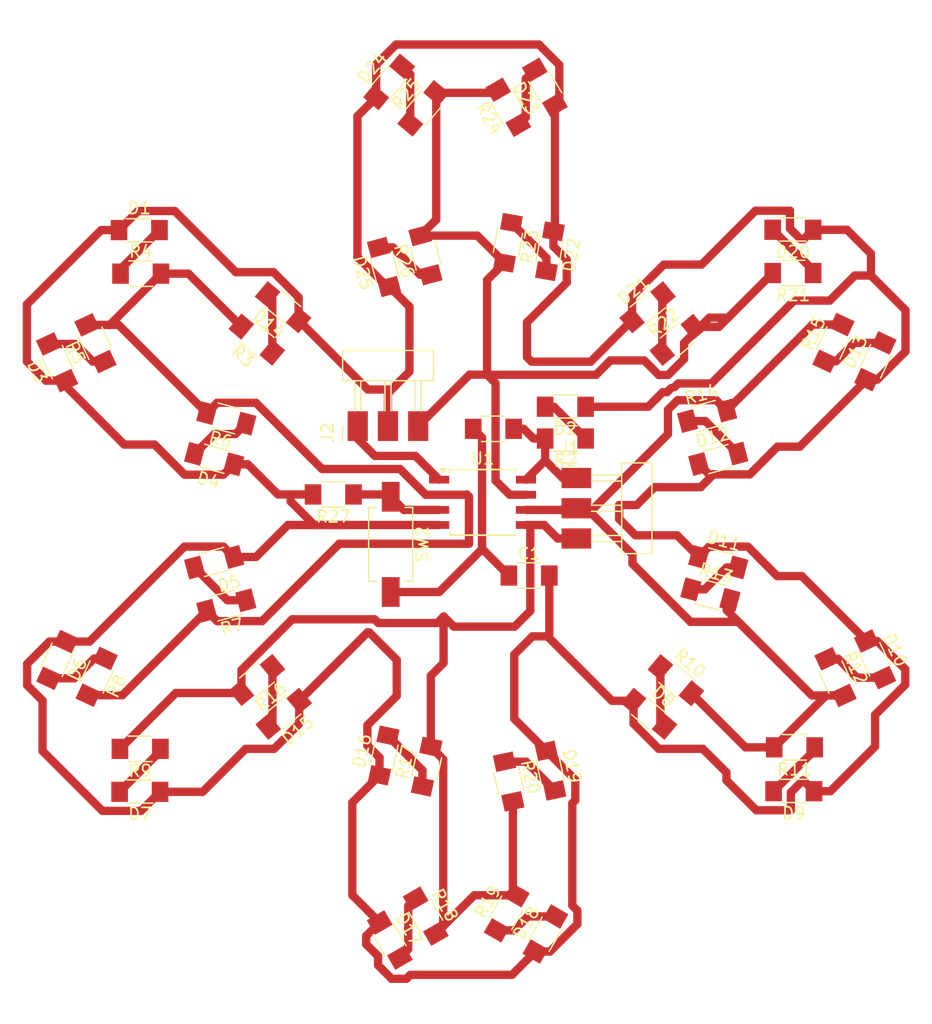
<source format=kicad_pcb>
(kicad_pcb
	(version 20240108)
	(generator "pcbnew")
	(generator_version "8.0")
	(general
		(thickness 1.6)
		(legacy_teardrops no)
	)
	(paper "A4")
	(layers
		(0 "F.Cu" signal)
		(31 "B.Cu" signal)
		(32 "B.Adhes" user "B.Adhesive")
		(33 "F.Adhes" user "F.Adhesive")
		(34 "B.Paste" user)
		(35 "F.Paste" user)
		(36 "B.SilkS" user "B.Silkscreen")
		(37 "F.SilkS" user "F.Silkscreen")
		(38 "B.Mask" user)
		(39 "F.Mask" user)
		(40 "Dwgs.User" user "User.Drawings")
		(41 "Cmts.User" user "User.Comments")
		(42 "Eco1.User" user "User.Eco1")
		(43 "Eco2.User" user "User.Eco2")
		(44 "Edge.Cuts" user)
		(45 "Margin" user)
		(46 "B.CrtYd" user "B.Courtyard")
		(47 "F.CrtYd" user "F.Courtyard")
		(48 "B.Fab" user)
		(49 "F.Fab" user)
		(50 "User.1" user)
		(51 "User.2" user)
		(52 "User.3" user)
		(53 "User.4" user)
		(54 "User.5" user)
		(55 "User.6" user)
		(56 "User.7" user)
		(57 "User.8" user)
		(58 "User.9" user)
	)
	(setup
		(pad_to_mask_clearance 0)
		(allow_soldermask_bridges_in_footprints no)
		(pcbplotparams
			(layerselection 0x00010fc_ffffffff)
			(plot_on_all_layers_selection 0x0000000_00000000)
			(disableapertmacros no)
			(usegerberextensions no)
			(usegerberattributes yes)
			(usegerberadvancedattributes yes)
			(creategerberjobfile yes)
			(dashed_line_dash_ratio 12.000000)
			(dashed_line_gap_ratio 3.000000)
			(svgprecision 4)
			(plotframeref no)
			(viasonmask no)
			(mode 1)
			(useauxorigin no)
			(hpglpennumber 1)
			(hpglpenspeed 20)
			(hpglpendiameter 15.000000)
			(pdf_front_fp_property_popups yes)
			(pdf_back_fp_property_popups yes)
			(dxfpolygonmode yes)
			(dxfimperialunits yes)
			(dxfusepcbnewfont yes)
			(psnegative no)
			(psa4output no)
			(plotreference yes)
			(plotvalue yes)
			(plotfptext yes)
			(plotinvisibletext no)
			(sketchpadsonfab no)
			(subtractmaskfromsilk no)
			(outputformat 1)
			(mirror no)
			(drillshape 1)
			(scaleselection 1)
			(outputdirectory "")
		)
	)
	(net 0 "")
	(net 1 "PWR_GND")
	(net 2 "PWR_5V")
	(net 3 "/D2")
	(net 4 "/D3")
	(net 5 "/MISO")
	(net 6 "/MOSI")
	(net 7 "/D4")
	(net 8 "/Reset")
	(net 9 "Net-(D1-A)")
	(net 10 "Net-(D2-A)")
	(net 11 "Net-(D3-A)")
	(net 12 "Net-(D4-A)")
	(net 13 "Net-(D5-A)")
	(net 14 "Net-(D6-A)")
	(net 15 "Net-(D7-A)")
	(net 16 "Net-(D8-A)")
	(net 17 "Net-(D9-A)")
	(net 18 "Net-(D10-A)")
	(net 19 "Net-(D11-A)")
	(net 20 "Net-(D12-A)")
	(net 21 "Net-(D13-A)")
	(net 22 "Net-(D14-A)")
	(net 23 "Net-(D15-A)")
	(net 24 "Net-(D16-A)")
	(net 25 "Net-(D17-A)")
	(net 26 "Net-(D18-A)")
	(net 27 "Net-(D19-A)")
	(net 28 "Net-(D20-A)")
	(net 29 "Net-(D21-A)")
	(net 30 "Net-(D22-A)")
	(net 31 "Net-(D23-A)")
	(net 32 "Net-(D24-A)")
	(net 33 "Net-(D25-A)")
	(footprint "fab:R_1206" (layer "F.Cu") (at 60.3504 92.456 105))
	(footprint "fab:R_1206" (layer "F.Cu") (at 32.6136 99.8474 115))
	(footprint "fab:R_1206" (layer "F.Cu") (at 67.345796 136.650107 -78))
	(footprint "fab:LED_1206" (layer "F.Cu") (at 70.4342 149.4536 60))
	(footprint "fab:LED_1206" (layer "F.Cu") (at 29.4132 126.4412 -115))
	(footprint "fab:LED_1206" (layer "F.Cu") (at 70.3834 78.359 120))
	(footprint "fab:R_1206" (layer "F.Cu") (at 32.7152 127.8636 -115))
	(footprint "fab:R_1206" (layer "F.Cu") (at 46.189698 128.124339 -140))
	(footprint "fab:R_1206" (layer "F.Cu") (at 84.0232 105.9434 15))
	(footprint "fab:LED_1206" (layer "F.Cu") (at 56.8706 93.4466 105))
	(footprint "fab:R_1206" (layer "F.Cu") (at 94.813931 127.883516 -65))
	(footprint "fab:R_1206" (layer "F.Cu") (at 84.3026 120.9548 -15))
	(footprint "fab:R_1206" (layer "F.Cu") (at 67.31 80.0354 120))
	(footprint "fab:R_1206" (layer "F.Cu") (at 46.1772 99.5426 140))
	(footprint "fab:R_1206" (layer "F.Cu") (at 67.183 147.6756 60))
	(footprint "fab:PinHeader_1x03_P2.54mm_Horizontal_SMD" (layer "F.Cu") (at 73.0364 111.1658))
	(footprint "fab:LED_1206" (layer "F.Cu") (at 42.5958 109.5756 165))
	(footprint "fab:LED_1206" (layer "F.Cu") (at 79.0194 96.8248 40))
	(footprint "fab:R_1206" (layer "F.Cu") (at 66.0672 107.0356))
	(footprint "fab:LED_1206" (layer "F.Cu") (at 84.963 109.5502 15))
	(footprint "fab:R_1206" (layer "F.Cu") (at 94.6404 99.822 65))
	(footprint "fab:R_1206" (layer "F.Cu") (at 43.614304 106.159059 165))
	(footprint "fab:R_1206" (layer "F.Cu") (at 91.2376 93.9546 180))
	(footprint "fab:R_1206" (layer "F.Cu") (at 60.452 135.4074 78))
	(footprint "fab:LED_1206" (layer "F.Cu") (at 56.8452 134.4676 78))
	(footprint "fab:LED_1206" (layer "F.Cu") (at 98.1456 126.3904 -65))
	(footprint "fab:R_1206" (layer "F.Cu") (at 52.6042 112.5474 180))
	(footprint "fab:Button_CnK_PTS636.0_6x3.5mm" (layer "F.Cu") (at 57.4294 116.7384 -90))
	(footprint "fab:R_1206" (layer "F.Cu") (at 72.1132 107.8484 180))
	(footprint "fab:R_1206" (layer "F.Cu") (at 67.2846 91.4146 -100))
	(footprint "fab:PinHeader_1x03_P2.54mm_Horizontal_SMD" (layer "F.Cu") (at 54.6608 106.807 90))
	(footprint "fab:R_1206" (layer "F.Cu") (at 43.6118 121.8692 -165))
	(footprint "fab:LED_1206" (layer "F.Cu") (at 57.3532 149.9616 -60))
	(footprint "fab:LED_1206" (layer "F.Cu") (at 84.963 118.237 -15))
	(footprint "fab:R_1206" (layer "F.Cu") (at 91.3646 133.7818 180))
	(footprint "fab:R_1206" (layer "F.Cu") (at 81.5594 99.568 40))
	(footprint "fab:C_1206" (layer "F.Cu") (at 69.0626 119.3546))
	(footprint "fab:LED_1206" (layer "F.Cu") (at 48.387 96.8248 140))
	(footprint "fab:LED_1206" (layer "F.Cu") (at 36.3474 137.5156 180))
	(footprint "fab:LED_1206" (layer "F.Cu") (at 36.2966 90.3478))
	(footprint "fab:R_1206" (layer "F.Cu") (at 81.400124 128.142461 -40))
	(footprint "fab:R_1206" (layer "F.Cu") (at 60.3758 147.955 -60))
	(footprint "fab:R_1206" (layer "F.Cu") (at 36.3736 133.9088 180))
	(footprint "fab:LED_1206" (layer "F.Cu") (at 91.313 137.4648 180))
	(footprint "fab:R_1206" (layer "F.Cu") (at 60.165861 80.124502 50))
	(footprint "fab:LED_1206" (layer "F.Cu") (at 98.163749 101.362723 65))
	(footprint "fab:LED_1206" (layer "F.Cu") (at 70.8152 92.1258 -100))
	(footprint "fab:LED_1206" (layer "F.Cu") (at 42.5958 118.237 -165))
	(footprint "fab:LED_1206" (layer "F.Cu") (at 48.4378 130.9624 -140))
	(footprint "fab:LED_1206" (layer "F.Cu") (at 29.3878 101.4476 115))
	(footprint "fab:LED_1206" (layer "F.Cu") (at 72.1106 105.1814 180))
	(footprint "fab:LED_1206" (layer "F.Cu") (at 70.866 135.7376 -78))
	(footprint "fab:LED_1206" (layer "F.Cu") (at 79.1464 130.9624 -40))
	(footprint "fab:LED_1206"
		(layer "F.Cu")
		(uuid "dd2ff0e8-c054-4360-a1f8-96847eb23494")
		(at 57.3024 77.9018 50)
		(descr "LED SMD 1206, hand soldering")
		(tags "LED 1206")
		(property "Reference" "D24"
			(at 0 -1.85 50)
			(layer "F.SilkS")
			(uuid "75451613-93c2-4470-bfa0-e7aacda19da9")
			(effects
				(font
					(size 1 1)
					(thickness 0.15)
				)
			)
		)
		(property "Value" "LED_1206"
			(at 0 1.899999 50)
			(layer "F.Fab")
			(uuid "c03ac967-d309-44bf-b471-384a758325d3")
			(effects
				(font
					(size 1 1)
					(thickness 0.15)
				)
			)
		)
		(property "Footprint" "fab:LED_1206"
			(at 0 0 50)
			(unlocked yes)
			(layer "F.Fab")
			(hide yes)
			(uuid "2e0224ac-082f-43fe-807c-fe97e977f2c0")
			(effects
				(font
					(size 1.27 1.27)
				)
			)
		)
		(property "Datasheet" "https://optoelectronics.liteon.com/upload/download/DS-22-98-0002/LTST-C150CKT.pdf"
			(at 0 0 50)
			(unlocked yes)
			(layer "F.Fab")
			(hide yes)
			(uuid "24be5cff-3197-4e2d-8c96-e5054e88cfc3")
			(effects
				(font
					(size 1.27 1.27)
				)
			)
		)
		(property "Description" "Light emitting diode, Lite-On Inc. LTST, SMD"
			(at 0 0 50)
			(unlocked yes)
			(layer "F.Fab")
			(hide yes)
			(uuid "72df11a9-d252-48e8-8d0c-91e8e3126665")
			(effects
				(font
					(size 1.27 1.27)
				)
			)
		)
		(property ki_fp_filters "*LED*1206*")
		(path "/85463628-168f-4c93-9f5a-05a0ccb9c1ea")
		(sheetname "Root")
		(sheetfile " ATTiny45:85.kicad_sch")
		(attr smd)
		(fp_line
			(start -1.100001 -0.95)
			(end 1.1 -0.95)
			(stroke
				(width 0.12)
				(type solid)
			)
			(layer "F.SilkS")
			(uuid "77ae7848-9a1e-4426-9bb3-8e68af6a7d78")
		)
		(fp_line
			(start -1.1 1)
			(end 1.1 1)
			(stroke
				(width 0.12)
				(type solid)
			)
			(layer "F.SilkS")
			(uuid "3e7ef064-4d8f-46e3-b41b-2c22f06975d4")
		)
		(fp_poly
			(pts
				(xy -2.6 -1.1) (xy -2.6 1.1) (xy 2.6 1.1) (xy 2.6 -1.1)
			)
			(stroke
				(width 0.05)
				(type default)
			)
			(fill none)
			(layer "F.CrtYd")
			(uuid "d13a81b6-b7c8-4194-b992-8a4e3b2531a8")
		)
		(fp_line
			(start -1.6 -0.8)
			(end 1.6 -0.8)
			(stroke
				(width 0.1)
				(type solid)
			)
			(layer "F.Fab")
			(uuid "74388754-96e0-4476-9880-1ec4e10b7f21")
		)
		(fp_line
			(start -0.45 -0.4)
			(end -0.45 0.4)
			(stroke
				(width 0.1)
				(type solid)
			)
			(layer "F.Fab")
			(uuid "e6d499ee-c89d-4faf-a096-6cc08056af72")
		)
		(fp_line
			(start -1.6 0.8)
			(end -1.6 -0.8)
			(stroke
				(width 0.1)
				(type solid)
			)
			(layer "F.Fab")
			(uuid "a4a27c52-8acc-41b7-ba4d-c93ebd7beedb")
		)
		(fp_line
			(start -0.4 0)
			(end 0.2 -0.4)
			(stroke
				(width 0.1)
				(type solid)
			)
			(layer "F.Fab")
			(uuid "1f938b6d-d36b-4cbc-a564-4dd3e0830fcb")
		)
		(fp_line
			(start 0.2 -0.4)
			(end 0.2 0.4)
			(stroke
				(width 0.1)
				(type solid)
			)
			(layer "F.Fab")
			(uuid "1c144a64-f961-4b7a-93a2-9cb536591819")
		)
		(fp_line
			(start 1.6 -0.8)
			(end 1.6 0.8)
			(stroke
				(width 0.1)
				(type solid)
			)
			(layer "F.Fab")
			(uuid "22861eaf-6e5c-4380-bd41-de217ca96faf")
		)
		(fp_line
			(start 0.2 0.4)
			(end -0.4 0)
			(stroke
				(width 0.1)
				(type solid)
			)
			(layer "F.Fab")
			(uuid "e35cdef0-2149-4bd6-823f-4e801e647851")
		)
		(fp_line
			(start 1.6 0.8)
			(end -1.6 0.8)
			(stroke
				(width 0.1)
				(type solid)
			)
			(layer "F.Fab")
			(uuid "e46852b8-ecde-464f-bd5c-218817afe11e")
		)
		(pad "1" smd rect
			(at -1.7 0 50)
			(size 1.4 1.7)
			(layers "F.Cu" "F.Paste" "F.Mask")
			(net 1 "PWR_GND")
			(pinfunction "K")
			(pintype "passive")
			(uuid "8da9ea7b-dce2-4ee5-8cf9-dbe90b0c730d")
		)
		(pad "2" smd rect
			(at 1.7 0 50)
			(size 1.4 1.7)
			(layers "F.Cu" "F.Paste" "F.Mask")
			(net 32 "Net-(D24-A)")
			(pinfunction "A")
			(pintype "passive")
			(uuid "32ce17b0-1106-44fe-a3a8-b6c97d33cf5c")
		)
		(model "${KISYS3DMOD}/LEDs.3dshapes/LED_1206.wrl"
			(offset
				(
... [73022 chars truncated]
</source>
